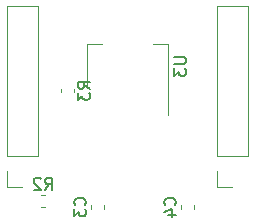
<source format=gbo>
%TF.GenerationSoftware,KiCad,Pcbnew,(5.1.6)-1*%
%TF.CreationDate,2020-11-18T13:32:08+05:30*%
%TF.ProjectId,ATTiny85 Development Board,41545469-6e79-4383-9520-446576656c6f,rev?*%
%TF.SameCoordinates,Original*%
%TF.FileFunction,Legend,Bot*%
%TF.FilePolarity,Positive*%
%FSLAX46Y46*%
G04 Gerber Fmt 4.6, Leading zero omitted, Abs format (unit mm)*
G04 Created by KiCad (PCBNEW (5.1.6)-1) date 2020-11-18 13:32:08*
%MOMM*%
%LPD*%
G01*
G04 APERTURE LIST*
%ADD10C,0.120000*%
%ADD11C,0.150000*%
G04 APERTURE END LIST*
D10*
%TO.C,J3*%
X144720000Y-129600000D02*
X146050000Y-129600000D01*
X144720000Y-128270000D02*
X144720000Y-129600000D01*
X144720000Y-127000000D02*
X147380000Y-127000000D01*
X147380000Y-127000000D02*
X147380000Y-114240000D01*
X144720000Y-127000000D02*
X144720000Y-114240000D01*
X144720000Y-114240000D02*
X147380000Y-114240000D01*
%TO.C,C3*%
X134110000Y-131129721D02*
X134110000Y-131455279D01*
X135130000Y-131129721D02*
X135130000Y-131455279D01*
%TO.C,C4*%
X142750000Y-131129721D02*
X142750000Y-131455279D01*
X141730000Y-131129721D02*
X141730000Y-131455279D01*
%TO.C,J2*%
X126940000Y-114240000D02*
X129600000Y-114240000D01*
X126940000Y-127000000D02*
X126940000Y-114240000D01*
X129600000Y-127000000D02*
X129600000Y-114240000D01*
X126940000Y-127000000D02*
X129600000Y-127000000D01*
X126940000Y-128270000D02*
X126940000Y-129600000D01*
X126940000Y-129600000D02*
X128270000Y-129600000D01*
%TO.C,R2*%
X130185279Y-130300000D02*
X129859721Y-130300000D01*
X130185279Y-131320000D02*
X129859721Y-131320000D01*
%TO.C,R3*%
X131570000Y-121600279D02*
X131570000Y-121274721D01*
X132590000Y-121600279D02*
X132590000Y-121274721D01*
%TO.C,U3*%
X133750000Y-117470000D02*
X135010000Y-117470000D01*
X140570000Y-117470000D02*
X139310000Y-117470000D01*
X133750000Y-121230000D02*
X133750000Y-117470000D01*
X140570000Y-123480000D02*
X140570000Y-117470000D01*
%TO.C,C3*%
D11*
X133547142Y-131125833D02*
X133594761Y-131078214D01*
X133642380Y-130935357D01*
X133642380Y-130840119D01*
X133594761Y-130697261D01*
X133499523Y-130602023D01*
X133404285Y-130554404D01*
X133213809Y-130506785D01*
X133070952Y-130506785D01*
X132880476Y-130554404D01*
X132785238Y-130602023D01*
X132690000Y-130697261D01*
X132642380Y-130840119D01*
X132642380Y-130935357D01*
X132690000Y-131078214D01*
X132737619Y-131125833D01*
X132642380Y-131459166D02*
X132642380Y-132078214D01*
X133023333Y-131744880D01*
X133023333Y-131887738D01*
X133070952Y-131982976D01*
X133118571Y-132030595D01*
X133213809Y-132078214D01*
X133451904Y-132078214D01*
X133547142Y-132030595D01*
X133594761Y-131982976D01*
X133642380Y-131887738D01*
X133642380Y-131602023D01*
X133594761Y-131506785D01*
X133547142Y-131459166D01*
%TO.C,C4*%
X141167142Y-131125833D02*
X141214761Y-131078214D01*
X141262380Y-130935357D01*
X141262380Y-130840119D01*
X141214761Y-130697261D01*
X141119523Y-130602023D01*
X141024285Y-130554404D01*
X140833809Y-130506785D01*
X140690952Y-130506785D01*
X140500476Y-130554404D01*
X140405238Y-130602023D01*
X140310000Y-130697261D01*
X140262380Y-130840119D01*
X140262380Y-130935357D01*
X140310000Y-131078214D01*
X140357619Y-131125833D01*
X140595714Y-131982976D02*
X141262380Y-131982976D01*
X140214761Y-131744880D02*
X140929047Y-131506785D01*
X140929047Y-132125833D01*
%TO.C,R2*%
X130189166Y-129832380D02*
X130522500Y-129356190D01*
X130760595Y-129832380D02*
X130760595Y-128832380D01*
X130379642Y-128832380D01*
X130284404Y-128880000D01*
X130236785Y-128927619D01*
X130189166Y-129022857D01*
X130189166Y-129165714D01*
X130236785Y-129260952D01*
X130284404Y-129308571D01*
X130379642Y-129356190D01*
X130760595Y-129356190D01*
X129808214Y-128927619D02*
X129760595Y-128880000D01*
X129665357Y-128832380D01*
X129427261Y-128832380D01*
X129332023Y-128880000D01*
X129284404Y-128927619D01*
X129236785Y-129022857D01*
X129236785Y-129118095D01*
X129284404Y-129260952D01*
X129855833Y-129832380D01*
X129236785Y-129832380D01*
%TO.C,R3*%
X133962380Y-121270833D02*
X133486190Y-120937500D01*
X133962380Y-120699404D02*
X132962380Y-120699404D01*
X132962380Y-121080357D01*
X133010000Y-121175595D01*
X133057619Y-121223214D01*
X133152857Y-121270833D01*
X133295714Y-121270833D01*
X133390952Y-121223214D01*
X133438571Y-121175595D01*
X133486190Y-121080357D01*
X133486190Y-120699404D01*
X132962380Y-121604166D02*
X132962380Y-122223214D01*
X133343333Y-121889880D01*
X133343333Y-122032738D01*
X133390952Y-122127976D01*
X133438571Y-122175595D01*
X133533809Y-122223214D01*
X133771904Y-122223214D01*
X133867142Y-122175595D01*
X133914761Y-122127976D01*
X133962380Y-122032738D01*
X133962380Y-121747023D01*
X133914761Y-121651785D01*
X133867142Y-121604166D01*
%TO.C,U3*%
X141112380Y-118618095D02*
X141921904Y-118618095D01*
X142017142Y-118665714D01*
X142064761Y-118713333D01*
X142112380Y-118808571D01*
X142112380Y-118999047D01*
X142064761Y-119094285D01*
X142017142Y-119141904D01*
X141921904Y-119189523D01*
X141112380Y-119189523D01*
X141112380Y-119570476D02*
X141112380Y-120189523D01*
X141493333Y-119856190D01*
X141493333Y-119999047D01*
X141540952Y-120094285D01*
X141588571Y-120141904D01*
X141683809Y-120189523D01*
X141921904Y-120189523D01*
X142017142Y-120141904D01*
X142064761Y-120094285D01*
X142112380Y-119999047D01*
X142112380Y-119713333D01*
X142064761Y-119618095D01*
X142017142Y-119570476D01*
%TD*%
M02*

</source>
